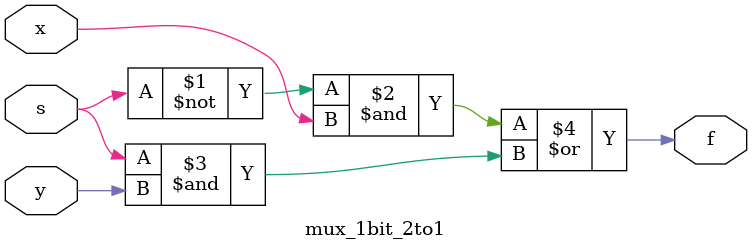
<source format=v>
module part2 (input [9:0] SW, input [3:0] KEY, output [0:6] HEX5, HEX4, HEX3, HEX2, HEX1, HEX0, output [9:0] LEDR);
	
	wire [7:0] A, B, S;
	wire [6:0] C;
	
	assign A = SW[7:0];
	
	reg [7:0] Q;
	always @(negedge KEY[0], posedge KEY[1])
		if (KEY[0] == 0)
			Q <= 8'b 00000000;

		else
			Q <= A;
	
	binary_to_7seg_hex U00 (Q[7:4], HEX3);
	binary_to_7seg_hex U01 (Q[3:0], HEX2);
	binary_to_7seg_hex U10 (A[7:4], HEX1);
	binary_to_7seg_hex U11 (A[3:0], HEX0);
	
	full_adder U0 (1'b 0, A[0], Q[0], S[0], C[0]);
	full_adder U1 (C[0], A[1], Q[1], S[1], C[1]);
	full_adder U2 (C[1], A[2], Q[2], S[2], C[2]);
	full_adder U3 (C[2], A[3], Q[3], S[3], C[3]);
	full_adder U4 (C[3], A[4], Q[4], S[4], C[4]);
	full_adder U5 (C[4], A[5], Q[5], S[5], C[5]);
	full_adder U6 (C[5], A[6], Q[6], S[6], C[6]);
	full_adder U7 (C[6], A[7], Q[7], S[7], LEDR[0]);
	
	binary_to_7seg_hex U20 (S[7:4], HEX5);
	binary_to_7seg_hex U21 (S[3:0], HEX4);

endmodule
	
	
module binary_to_7seg_hex(input [3:0] A, output [0:6] DISP);
	assign DISP[6] = (~A[3] & ~A[2] & ~A[1]) | (~A[3] & A[2] & A[1] & A[0]) | (A[3] & A[2] & ~A[1] & ~A[0]);
	assign DISP[5] = (~A[3] & ~A[2] & A[0]) | (~A[3] & ~A[2] & A[1]) | (~A[3] & A[1] & A[0]) | (A[3] & A[2] & ~A[1] & A[0]);
	assign DISP[4] = (~A[3] & A[0]) | (~A[2] & ~A[1] & A[0]) + (~A[3] & A[2] & ~A[1]);
	assign DISP[3] = (~A[2] & ~A[1] & A[0]) | (A[2] & A[1] & A[0]) | (~A[3] & A[2] & ~A[1] & ~A[0]) | (A[3] & ~A[2] & A[1] & ~A[0]);
	assign DISP[2] = (A[3] & A[2] & ~A[0]) | (A[3] & A[2] & A[1]) | (~A[3] & ~A[2] & A[1] & ~A[0]);
	assign DISP[1] = (A[2] & A[1] & ~A[0]) | (A[3] & A[1] & A[0]) | (A[3] & A[2] & ~A[0]) | (~A[3] & A[2] & ~A[1] & A[0]);
	assign DISP[0] = (~A[3] & ~A[2] & ~A[1] & A[0]) | (~A[3] & A[2] & ~A[1] & ~A[0]) | (A[3] & ~A[2] & A[1] & A[0]) | (A[3] & A[2] & ~A[1] & A[0]);

endmodule

module full_adder(input ci, a, b, output s, co);
	wire x;
	assign x = a ^ b;
	assign s = ci ^ x;
	
	mux_1bit_2to1 U0 (x, b, ci, co);

endmodule

module mux_1bit_2to1(input s, x, y, output f);
	assign f = (~s & x) | (s & y);
	
endmodule

	
</source>
